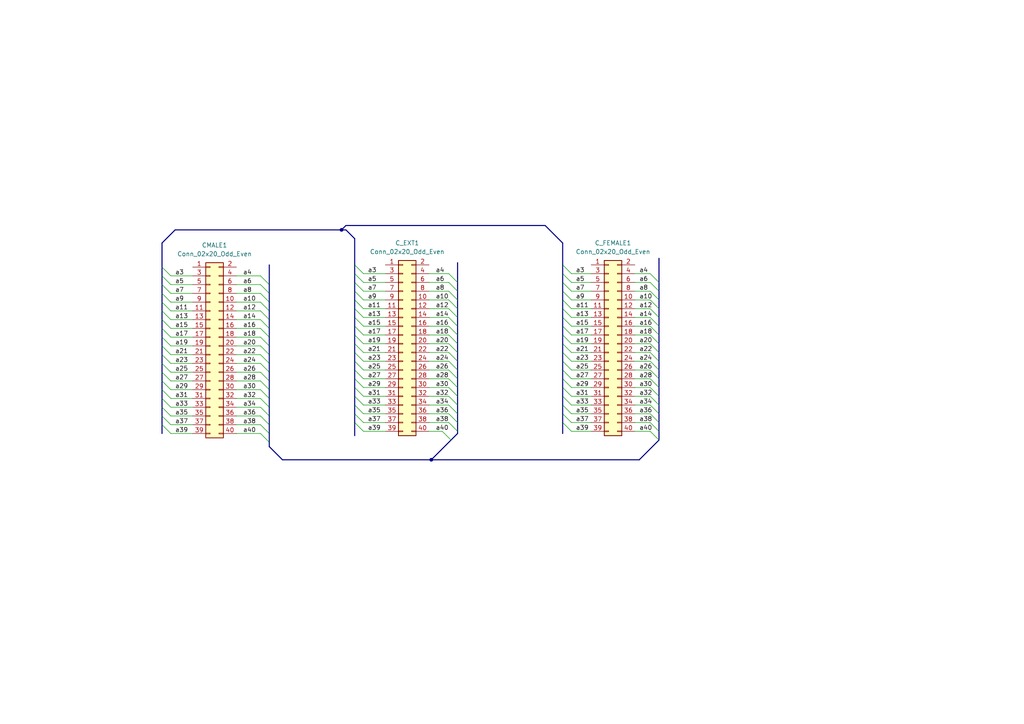
<source format=kicad_sch>
(kicad_sch (version 20230121) (generator eeschema)
  (paper "A4")
  (lib_symbols
    (symbol "Connector_Generic:Conn_02x20_Odd_Even" (pin_names (offset 1.016) hide)
      (property "Reference" "J" (at 1.27 25.4 0))
      (property "Value" "Conn_02x20_Odd_Even" (at 1.27 -27.94 0))
      (symbol "Conn_02x20_Odd_Even_1_1"
        (rectangle (start -1.27 -25.273) (end 0 -25.527) (stroke (width 0.1524)))
        (rectangle (start -1.27 -22.733) (end 0 -22.987) (stroke (width 0.1524)))
        (rectangle (start -1.27 -20.193) (end 0 -20.447) (stroke (width 0.1524)))
        (rectangle (start -1.27 -17.653) (end 0 -17.907) (stroke (width 0.1524)))
        (rectangle (start -1.27 -15.113) (end 0 -15.367) (stroke (width 0.1524)))
        (rectangle (start -1.27 -12.573) (end 0 -12.827) (stroke (width 0.1524)))
        (rectangle (start -1.27 -10.033) (end 0 -10.287) (stroke (width 0.1524)))
        (rectangle (start -1.27 -7.493) (end 0 -7.747) (stroke (width 0.1524)))
        (rectangle (start -1.27 -4.953) (end 0 -5.207) (stroke (width 0.1524)))
        (rectangle (start -1.27 -2.413) (end 0 -2.667) (stroke (width 0.1524)))
        (rectangle (start -1.27 0.127) (end 0 -0.127) (stroke (width 0.1524)))
        (rectangle (start -1.27 2.667) (end 0 2.413) (stroke (width 0.1524)))
        (rectangle (start -1.27 5.207) (end 0 4.953) (stroke (width 0.1524)))
        (rectangle (start -1.27 7.747) (end 0 7.493) (stroke (width 0.1524)))
        (rectangle (start -1.27 10.287) (end 0 10.033) (stroke (width 0.1524)))
        (rectangle (start -1.27 12.827) (end 0 12.573) (stroke (width 0.1524)))
        (rectangle (start -1.27 15.367) (end 0 15.113) (stroke (width 0.1524)))
        (rectangle (start -1.27 17.907) (end 0 17.653) (stroke (width 0.1524)))
        (rectangle (start -1.27 20.447) (end 0 20.193) (stroke (width 0.1524)))
        (rectangle (start -1.27 22.987) (end 0 22.733) (stroke (width 0.1524)))
        (rectangle (start -1.27 24.13) (end 3.81 -26.67) (stroke (width 0.254)) (fill (type background)))
        (rectangle (start 3.81 -25.273) (end 2.54 -25.527) (stroke (width 0.1524)))
        (rectangle (start 3.81 -22.733) (end 2.54 -22.987) (stroke (width 0.1524)))
        (rectangle (start 3.81 -20.193) (end 2.54 -20.447) (stroke (width 0.1524)))
        (rectangle (start 3.81 -17.653) (end 2.54 -17.907) (stroke (width 0.1524)))
        (rectangle (start 3.81 -15.113) (end 2.54 -15.367) (stroke (width 0.1524)))
        (rectangle (start 3.81 -12.573) (end 2.54 -12.827) (stroke (width 0.1524)))
        (rectangle (start 3.81 -10.033) (end 2.54 -10.287) (stroke (width 0.1524)))
        (rectangle (start 3.81 -7.493) (end 2.54 -7.747) (stroke (width 0.1524)))
        (rectangle (start 3.81 -4.953) (end 2.54 -5.207) (stroke (width 0.1524)))
        (rectangle (start 3.81 -2.413) (end 2.54 -2.667) (stroke (width 0.1524)))
        (rectangle (start 3.81 0.127) (end 2.54 -0.127) (stroke (width 0.1524)))
        (rectangle (start 3.81 2.667) (end 2.54 2.413) (stroke (width 0.1524)))
        (rectangle (start 3.81 5.207) (end 2.54 4.953) (stroke (width 0.1524)))
        (rectangle (start 3.81 7.747) (end 2.54 7.493) (stroke (width 0.1524)))
        (rectangle (start 3.81 10.287) (end 2.54 10.033) (stroke (width 0.1524)))
        (rectangle (start 3.81 12.827) (end 2.54 12.573) (stroke (width 0.1524)))
        (rectangle (start 3.81 15.367) (end 2.54 15.113) (stroke (width 0.1524)))
        (rectangle (start 3.81 17.907) (end 2.54 17.653) (stroke (width 0.1524)))
        (rectangle (start 3.81 20.447) (end 2.54 20.193) (stroke (width 0.1524)))
        (rectangle (start 3.81 22.987) (end 2.54 22.733) (stroke (width 0.1524)))
        (pin passive line (at -5.08 22.86 0) (length 3.81) (name "Pin_1") (number "1"))
        (pin passive line (at 7.62 12.7 180) (length 3.81) (name "Pin_10") (number "10"))
        (pin passive line (at -5.08 10.16 0) (length 3.81) (name "Pin_11") (number "11"))
        (pin passive line (at 7.62 10.16 180) (length 3.81) (name "Pin_12") (number "12"))
        (pin passive line (at -5.08 7.62 0) (length 3.81) (name "Pin_13") (number "13"))
        (pin passive line (at 7.62 7.62 180) (length 3.81) (name "Pin_14") (number "14"))
        (pin passive line (at -5.08 5.08 0) (length 3.81) (name "Pin_15") (number "15"))
        (pin passive line (at 7.62 5.08 180) (length 3.81) (name "Pin_16") (number "16"))
        (pin passive line (at -5.08 2.54 0) (length 3.81) (name "Pin_17") (number "17"))
        (pin passive line (at 7.62 2.54 180) (length 3.81) (name "Pin_18") (number "18"))
        (pin passive line (at -5.08 0 0) (length 3.81) (name "Pin_19") (number "19"))
        (pin passive line (at 7.62 22.86 180) (length 3.81) (name "Pin_2") (number "2"))
        (pin passive line (at 7.62 0 180) (length 3.81) (name "Pin_20") (number "20"))
        (pin passive line (at -5.08 -2.54 0) (length 3.81) (name "Pin_21") (number "21"))
        (pin passive line (at 7.62 -2.54 180) (length 3.81) (name "Pin_22") (number "22"))
        (pin passive line (at -5.08 -5.08 0) (length 3.81) (name "Pin_23") (number "23"))
        (pin passive line (at 7.62 -5.08 180) (length 3.81) (name "Pin_24") (number "24"))
        (pin passive line (at -5.08 -7.62 0) (length 3.81) (name "Pin_25") (number "25"))
        (pin passive line (at 7.62 -7.62 180) (length 3.81) (name "Pin_26") (number "26"))
        (pin passive line (at -5.08 -10.16 0) (length 3.81) (name "Pin_27") (number "27"))
        (pin passive line (at 7.62 -10.16 180) (length 3.81) (name "Pin_28") (number "28"))
        (pin passive line (at -5.08 -12.7 0) (length 3.81) (name "Pin_29") (number "29"))
        (pin passive line (at -5.08 20.32 0) (length 3.81) (name "Pin_3") (number "3"))
        (pin passive line (at 7.62 -12.7 180) (length 3.81) (name "Pin_30") (number "30"))
        (pin passive line (at -5.08 -15.24 0) (length 3.81) (name "Pin_31") (number "31"))
        (pin passive line (at 7.62 -15.24 180) (length 3.81) (name "Pin_32") (number "32"))
        (pin passive line (at -5.08 -17.78 0) (length 3.81) (name "Pin_33") (number "33"))
        (pin passive line (at 7.62 -17.78 180) (length 3.81) (name "Pin_34") (number "34"))
        (pin passive line (at -5.08 -20.32 0) (length 3.81) (name "Pin_35") (number "35"))
        (pin passive line (at 7.62 -20.32 180) (length 3.81) (name "Pin_36") (number "36"))
        (pin passive line (at -5.08 -22.86 0) (length 3.81) (name "Pin_37") (number "37"))
        (pin passive line (at 7.62 -22.86 180) (length 3.81) (name "Pin_38") (number "38"))
        (pin passive line (at -5.08 -25.4 0) (length 3.81) (name "Pin_39") (number "39"))
        (pin passive line (at 7.62 20.32 180) (length 3.81) (name "Pin_4") (number "4"))
        (pin passive line (at 7.62 -25.4 180) (length 3.81) (name "Pin_40") (number "40"))
        (pin passive line (at -5.08 17.78 0) (length 3.81) (name "Pin_5") (number "5"))
        (pin passive line (at 7.62 17.78 180) (length 3.81) (name "Pin_6") (number "6"))
        (pin passive line (at -5.08 15.24 0) (length 3.81) (name "Pin_7") (number "7"))
        (pin passive line (at 7.62 15.24 180) (length 3.81) (name "Pin_8") (number "8"))
        (pin passive line (at -5.08 12.7 0) (length 3.81) (name "Pin_9") (number "9"))
      )
    )
  )
  (junction (at 125.095 133.35))
  (junction (at 99.06 66.675))
  (bus_entry (at 102.87 76.835) (size 2.54 2.54))
  (bus_entry (at 102.87 122.555) (size 2.54 2.54))
  (bus_entry (at 75.565 115.57) (size 2.54 2.54))
  (bus_entry (at 75.565 118.11) (size 2.54 2.54))
  (bus_entry (at 163.195 109.855) (size 2.54 2.54))
  (bus_entry (at 46.99 123.19) (size 2.54 2.54))
  (bus_entry (at 130.175 114.935) (size 2.54 2.54))
  (bus_entry (at 130.175 107.315) (size 2.54 2.54))
  (bus_entry (at 102.87 109.855) (size 2.54 2.54))
  (bus_entry (at 188.595 94.615) (size 2.54 2.54))
  (bus_entry (at 130.175 102.235) (size 2.54 2.54))
  (bus_entry (at 188.595 99.695) (size 2.54 2.54))
  (bus_entry (at 188.595 120.015) (size 2.54 2.54))
  (bus_entry (at 46.99 102.87) (size 2.54 2.54))
  (bus_entry (at 188.595 117.475) (size 2.54 2.54))
  (bus_entry (at 188.595 107.315) (size 2.54 2.54))
  (bus_entry (at 75.565 82.55) (size 2.54 2.54))
  (bus_entry (at 46.99 95.25) (size 2.54 2.54))
  (bus_entry (at 128.27 125.095) (size 2.54 2.54))
  (bus_entry (at 188.595 109.855) (size 2.54 2.54))
  (bus_entry (at 75.565 97.79) (size 2.54 2.54))
  (bus_entry (at 75.565 110.49) (size 2.54 2.54))
  (bus_entry (at 46.99 85.09) (size 2.54 2.54))
  (bus_entry (at 102.87 104.775) (size 2.54 2.54))
  (bus_entry (at 102.87 94.615) (size 2.54 2.54))
  (bus_entry (at 102.87 81.915) (size 2.54 2.54))
  (bus_entry (at 46.99 100.33) (size 2.54 2.54))
  (bus_entry (at 188.595 79.375) (size 2.54 2.54))
  (bus_entry (at 102.87 114.935) (size 2.54 2.54))
  (bus_entry (at 130.175 92.075) (size 2.54 2.54))
  (bus_entry (at 188.595 97.155) (size 2.54 2.54))
  (bus_entry (at 130.175 94.615) (size 2.54 2.54))
  (bus_entry (at 102.87 92.075) (size 2.54 2.54))
  (bus_entry (at 188.595 125.095) (size 2.54 2.54))
  (bus_entry (at 163.195 107.315) (size 2.54 2.54))
  (bus_entry (at 102.87 89.535) (size 2.54 2.54))
  (bus_entry (at 163.195 102.235) (size 2.54 2.54))
  (bus_entry (at 188.595 104.775) (size 2.54 2.54))
  (bus_entry (at 46.99 107.95) (size 2.54 2.54))
  (bus_entry (at 188.595 114.935) (size 2.54 2.54))
  (bus_entry (at 163.195 94.615) (size 2.54 2.54))
  (bus_entry (at 102.87 107.315) (size 2.54 2.54))
  (bus_entry (at 102.87 112.395) (size 2.54 2.54))
  (bus_entry (at 75.565 120.65) (size 2.54 2.54))
  (bus_entry (at 75.565 87.63) (size 2.54 2.54))
  (bus_entry (at 46.99 105.41) (size 2.54 2.54))
  (bus_entry (at 130.175 117.475) (size 2.54 2.54))
  (bus_entry (at 130.175 97.155) (size 2.54 2.54))
  (bus_entry (at 46.99 92.71) (size 2.54 2.54))
  (bus_entry (at 188.595 122.555) (size 2.54 2.54))
  (bus_entry (at 102.87 79.375) (size 2.54 2.54))
  (bus_entry (at 46.99 113.03) (size 2.54 2.54))
  (bus_entry (at 130.175 84.455) (size 2.54 2.54))
  (bus_entry (at 46.99 87.63) (size 2.54 2.54))
  (bus_entry (at 163.195 76.835) (size 2.54 2.54))
  (bus_entry (at 188.595 89.535) (size 2.54 2.54))
  (bus_entry (at 75.565 100.33) (size 2.54 2.54))
  (bus_entry (at 75.565 80.01) (size 2.54 2.54))
  (bus_entry (at 130.175 112.395) (size 2.54 2.54))
  (bus_entry (at 163.195 92.075) (size 2.54 2.54))
  (bus_entry (at 102.87 84.455) (size 2.54 2.54))
  (bus_entry (at 75.565 113.03) (size 2.54 2.54))
  (bus_entry (at 46.99 80.01) (size 2.54 2.54))
  (bus_entry (at 75.565 95.25) (size 2.54 2.54))
  (bus_entry (at 102.87 117.475) (size 2.54 2.54))
  (bus_entry (at 130.175 89.535) (size 2.54 2.54))
  (bus_entry (at 46.99 97.79) (size 2.54 2.54))
  (bus_entry (at 163.195 122.555) (size 2.54 2.54))
  (bus_entry (at 46.99 118.11) (size 2.54 2.54))
  (bus_entry (at 75.565 92.71) (size 2.54 2.54))
  (bus_entry (at 130.175 120.015) (size 2.54 2.54))
  (bus_entry (at 163.195 89.535) (size 2.54 2.54))
  (bus_entry (at 163.195 79.375) (size 2.54 2.54))
  (bus_entry (at 163.195 99.695) (size 2.54 2.54))
  (bus_entry (at 102.87 99.695) (size 2.54 2.54))
  (bus_entry (at 163.195 84.455) (size 2.54 2.54))
  (bus_entry (at 46.99 82.55) (size 2.54 2.54))
  (bus_entry (at 75.565 125.73) (size 2.54 2.54))
  (bus_entry (at 163.195 81.915) (size 2.54 2.54))
  (bus_entry (at 188.595 81.915) (size 2.54 2.54))
  (bus_entry (at 46.99 90.17) (size 2.54 2.54))
  (bus_entry (at 163.195 117.475) (size 2.54 2.54))
  (bus_entry (at 163.195 104.775) (size 2.54 2.54))
  (bus_entry (at 188.595 84.455) (size 2.54 2.54))
  (bus_entry (at 46.99 110.49) (size 2.54 2.54))
  (bus_entry (at 130.175 86.995) (size 2.54 2.54))
  (bus_entry (at 163.195 86.995) (size 2.54 2.54))
  (bus_entry (at 130.175 79.375) (size 2.54 2.54))
  (bus_entry (at 75.565 123.19) (size 2.54 2.54))
  (bus_entry (at 163.195 120.015) (size 2.54 2.54))
  (bus_entry (at 188.595 86.995) (size 2.54 2.54))
  (bus_entry (at 102.87 120.015) (size 2.54 2.54))
  (bus_entry (at 46.99 77.47) (size 2.54 2.54))
  (bus_entry (at 163.195 112.395) (size 2.54 2.54))
  (bus_entry (at 130.175 122.555) (size 2.54 2.54))
  (bus_entry (at 163.195 97.155) (size 2.54 2.54))
  (bus_entry (at 46.99 115.57) (size 2.54 2.54))
  (bus_entry (at 46.99 120.65) (size 2.54 2.54))
  (bus_entry (at 163.195 114.935) (size 2.54 2.54))
  (bus_entry (at 130.175 109.855) (size 2.54 2.54))
  (bus_entry (at 188.595 102.235) (size 2.54 2.54))
  (bus_entry (at 188.595 112.395) (size 2.54 2.54))
  (bus_entry (at 102.87 97.155) (size 2.54 2.54))
  (bus_entry (at 102.87 86.995) (size 2.54 2.54))
  (bus_entry (at 102.87 102.235) (size 2.54 2.54))
  (bus_entry (at 130.175 81.915) (size 2.54 2.54))
  (bus_entry (at 130.175 104.775) (size 2.54 2.54))
  (bus_entry (at 75.565 107.95) (size 2.54 2.54))
  (bus_entry (at 75.565 105.41) (size 2.54 2.54))
  (bus_entry (at 75.565 85.09) (size 2.54 2.54))
  (bus_entry (at 75.565 102.87) (size 2.54 2.54))
  (bus_entry (at 188.595 92.075) (size 2.54 2.54))
  (bus_entry (at 75.565 90.17) (size 2.54 2.54))
  (bus_entry (at 130.175 99.695) (size 2.54 2.54))
  (wire (pts (xy 165.735 102.235) (xy 171.45 102.235)))
  (bus (pts (xy 102.87 69.215) (xy 102.87 76.835)))
  (wire (pts (xy 68.58 92.71) (xy 75.565 92.71)))
  (wire (pts (xy 49.53 85.09) (xy 55.88 85.09)))
  (bus (pts (xy 46.99 82.55) (xy 46.99 80.01)))
  (wire (pts (xy 68.58 82.55) (xy 75.565 82.55)))
  (wire (pts (xy 105.41 84.455) (xy 111.76 84.455)))
  (bus (pts (xy 191.135 81.915) (xy 191.135 84.455)))
  (bus (pts (xy 163.195 99.695) (xy 163.195 97.155)))
  (wire (pts (xy 49.53 82.55) (xy 55.88 82.55)))
  (bus (pts (xy 163.195 89.535) (xy 163.195 86.995)))
  (bus (pts (xy 163.195 70.485) (xy 163.195 76.835)))
  (wire (pts (xy 68.58 115.57) (xy 75.565 115.57)))
  (bus (pts (xy 78.105 85.09) (xy 78.105 87.63)))
  (wire (pts (xy 49.53 95.25) (xy 55.88 95.25)))
  (bus (pts (xy 191.135 102.235) (xy 191.135 104.775)))
  (wire (pts (xy 49.53 120.65) (xy 55.88 120.65)))
  (wire (pts (xy 184.15 89.535) (xy 188.595 89.535)))
  (bus (pts (xy 78.105 105.41) (xy 78.105 107.95)))
  (wire (pts (xy 184.15 112.395) (xy 188.595 112.395)))
  (bus (pts (xy 99.06 66.675) (xy 100.33 66.675)))
  (bus (pts (xy 78.105 95.25) (xy 78.105 97.79)))
  (wire (pts (xy 49.53 87.63) (xy 55.88 87.63)))
  (bus (pts (xy 78.105 97.79) (xy 78.105 100.33)))
  (bus (pts (xy 191.135 89.535) (xy 191.135 92.075)))
  (wire (pts (xy 124.46 86.995) (xy 130.175 86.995)))
  (bus (pts (xy 46.99 85.09) (xy 46.99 82.55)))
  (bus (pts (xy 46.99 110.49) (xy 46.99 107.95)))
  (wire (pts (xy 124.46 92.075) (xy 130.175 92.075)))
  (wire (pts (xy 124.46 94.615) (xy 130.175 94.615)))
  (bus (pts (xy 163.195 122.555) (xy 163.195 120.015)))
  (bus (pts (xy 191.135 117.475) (xy 191.135 120.015)))
  (wire (pts (xy 105.41 114.935) (xy 111.76 114.935)))
  (bus (pts (xy 46.99 92.71) (xy 46.99 90.17)))
  (bus (pts (xy 191.135 99.695) (xy 191.135 102.235)))
  (wire (pts (xy 49.53 107.95) (xy 55.88 107.95)))
  (bus (pts (xy 132.715 92.075) (xy 132.715 94.615)))
  (wire (pts (xy 68.58 118.11) (xy 75.565 118.11)))
  (bus (pts (xy 132.715 84.455) (xy 132.715 86.995)))
  (wire (pts (xy 68.58 97.79) (xy 75.565 97.79)))
  (wire (pts (xy 49.53 90.17) (xy 55.88 90.17)))
  (wire (pts (xy 184.15 92.075) (xy 188.595 92.075)))
  (wire (pts (xy 124.46 112.395) (xy 130.175 112.395)))
  (bus (pts (xy 78.105 120.65) (xy 78.105 123.19)))
  (bus (pts (xy 163.195 94.615) (xy 163.195 92.075)))
  (bus (pts (xy 163.195 112.395) (xy 163.195 109.855)))
  (bus (pts (xy 163.195 102.235) (xy 163.195 99.695)))
  (wire (pts (xy 165.735 86.995) (xy 171.45 86.995)))
  (bus (pts (xy 132.715 81.915) (xy 132.715 84.455)))
  (wire (pts (xy 68.58 125.73) (xy 75.565 125.73)))
  (bus (pts (xy 102.87 81.915) (xy 102.87 84.455)))
  (bus (pts (xy 132.715 76.2) (xy 132.715 81.915)))
  (bus (pts (xy 191.135 109.855) (xy 191.135 112.395)))
  (bus (pts (xy 132.715 120.015) (xy 132.715 122.555)))
  (wire (pts (xy 105.41 94.615) (xy 111.76 94.615)))
  (wire (pts (xy 124.46 104.775) (xy 130.175 104.775)))
  (wire (pts (xy 105.41 112.395) (xy 111.76 112.395)))
  (wire (pts (xy 68.58 87.63) (xy 75.565 87.63)))
  (bus (pts (xy 158.115 65.405) (xy 100.33 65.405)))
  (bus (pts (xy 191.135 94.615) (xy 191.135 97.155)))
  (wire (pts (xy 105.41 120.015) (xy 111.76 120.015)))
  (wire (pts (xy 184.15 99.695) (xy 188.595 99.695)))
  (wire (pts (xy 49.53 110.49) (xy 55.88 110.49)))
  (bus (pts (xy 132.715 114.935) (xy 132.715 117.475)))
  (bus (pts (xy 78.105 100.33) (xy 78.105 102.87)))
  (bus (pts (xy 130.81 127.635) (xy 125.095 133.35)))
  (bus (pts (xy 132.715 89.535) (xy 132.715 92.075)))
  (bus (pts (xy 46.99 97.79) (xy 46.99 95.25)))
  (wire (pts (xy 165.735 79.375) (xy 171.45 79.375)))
  (wire (pts (xy 184.15 97.155) (xy 188.595 97.155)))
  (wire (pts (xy 49.53 125.73) (xy 55.88 125.73)))
  (bus (pts (xy 163.195 97.155) (xy 163.195 94.615)))
  (bus (pts (xy 102.87 89.535) (xy 102.87 92.075)))
  (bus (pts (xy 163.195 92.075) (xy 163.195 89.535)))
  (wire (pts (xy 184.15 102.235) (xy 188.595 102.235)))
  (wire (pts (xy 68.58 120.65) (xy 75.565 120.65)))
  (bus (pts (xy 163.195 81.915) (xy 163.195 79.375)))
  (bus (pts (xy 78.105 118.11) (xy 78.105 120.65)))
  (wire (pts (xy 105.41 99.695) (xy 111.76 99.695)))
  (bus (pts (xy 78.105 115.57) (xy 78.105 118.11)))
  (bus (pts (xy 102.87 94.615) (xy 102.87 97.155)))
  (wire (pts (xy 184.15 107.315) (xy 188.595 107.315)))
  (bus (pts (xy 78.105 123.19) (xy 78.105 125.73)))
  (wire (pts (xy 124.46 89.535) (xy 130.175 89.535)))
  (bus (pts (xy 102.87 76.835) (xy 102.87 79.375)))
  (bus (pts (xy 102.87 86.995) (xy 102.87 89.535)))
  (wire (pts (xy 184.15 84.455) (xy 188.595 84.455)))
  (bus (pts (xy 46.99 125.73) (xy 46.99 123.19)))
  (wire (pts (xy 105.41 104.775) (xy 111.76 104.775)))
  (bus (pts (xy 132.715 107.315) (xy 132.715 109.855)))
  (bus (pts (xy 191.135 122.555) (xy 191.135 125.095)))
  (wire (pts (xy 165.735 117.475) (xy 171.45 117.475)))
  (wire (pts (xy 124.46 107.315) (xy 130.175 107.315)))
  (bus (pts (xy 163.195 114.935) (xy 163.195 112.395)))
  (bus (pts (xy 163.195 117.475) (xy 163.195 114.935)))
  (bus (pts (xy 46.99 102.87) (xy 46.99 100.33)))
  (bus (pts (xy 132.715 97.155) (xy 132.715 99.695)))
  (bus (pts (xy 191.135 97.155) (xy 191.135 99.695)))
  (wire (pts (xy 68.58 113.03) (xy 75.565 113.03)))
  (wire (pts (xy 49.53 100.33) (xy 55.88 100.33)))
  (wire (pts (xy 105.41 109.855) (xy 111.76 109.855)))
  (wire (pts (xy 105.41 92.075) (xy 111.76 92.075)))
  (wire (pts (xy 165.735 84.455) (xy 171.45 84.455)))
  (wire (pts (xy 68.58 80.01) (xy 75.565 80.01)))
  (bus (pts (xy 100.33 66.675) (xy 102.87 69.215)))
  (wire (pts (xy 165.735 125.095) (xy 171.45 125.095)))
  (bus (pts (xy 191.135 112.395) (xy 191.135 114.935)))
  (wire (pts (xy 124.46 102.235) (xy 130.175 102.235)))
  (bus (pts (xy 46.99 123.19) (xy 46.99 120.65)))
  (wire (pts (xy 184.15 114.935) (xy 188.595 114.935)))
  (wire (pts (xy 165.735 112.395) (xy 171.45 112.395)))
  (bus (pts (xy 78.105 128.27) (xy 78.105 129.54)))
  (bus (pts (xy 81.915 133.35) (xy 125.095 133.35)))
  (bus (pts (xy 78.105 125.73) (xy 78.105 128.27)))
  (bus (pts (xy 78.105 102.87) (xy 78.105 105.41)))
  (wire (pts (xy 49.53 80.01) (xy 55.88 80.01)))
  (bus (pts (xy 102.87 120.015) (xy 102.87 122.555)))
  (bus (pts (xy 46.99 105.41) (xy 46.99 102.87)))
  (bus (pts (xy 46.99 120.65) (xy 46.99 118.11)))
  (wire (pts (xy 184.15 120.015) (xy 188.595 120.015)))
  (wire (pts (xy 165.735 122.555) (xy 171.45 122.555)))
  (bus (pts (xy 102.87 97.155) (xy 102.87 99.695)))
  (bus (pts (xy 132.715 117.475) (xy 132.715 120.015)))
  (wire (pts (xy 165.735 99.695) (xy 171.45 99.695)))
  (wire (pts (xy 124.46 120.015) (xy 130.175 120.015)))
  (bus (pts (xy 46.99 113.03) (xy 46.99 110.49)))
  (bus (pts (xy 132.715 104.775) (xy 132.715 107.315)))
  (bus (pts (xy 191.135 120.015) (xy 191.135 122.555)))
  (wire (pts (xy 68.58 95.25) (xy 75.565 95.25)))
  (bus (pts (xy 163.195 109.855) (xy 163.195 107.315)))
  (wire (pts (xy 124.46 84.455) (xy 130.175 84.455)))
  (bus (pts (xy 125.095 133.35) (xy 185.42 133.35)))
  (bus (pts (xy 102.87 84.455) (xy 102.87 86.995)))
  (wire (pts (xy 105.41 97.155) (xy 111.76 97.155)))
  (bus (pts (xy 102.87 114.935) (xy 102.87 117.475)))
  (wire (pts (xy 184.15 81.915) (xy 188.595 81.915)))
  (bus (pts (xy 163.195 70.485) (xy 158.115 65.405)))
  (wire (pts (xy 165.735 97.155) (xy 171.45 97.155)))
  (bus (pts (xy 191.135 125.095) (xy 191.135 127.635)))
  (wire (pts (xy 105.41 86.995) (xy 111.76 86.995)))
  (wire (pts (xy 49.53 115.57) (xy 55.88 115.57)))
  (bus (pts (xy 102.87 122.555) (xy 102.87 126.365)))
  (bus (pts (xy 132.715 102.235) (xy 132.715 104.775)))
  (wire (pts (xy 68.58 102.87) (xy 75.565 102.87)))
  (bus (pts (xy 132.715 109.855) (xy 132.715 112.395)))
  (wire (pts (xy 68.58 100.33) (xy 75.565 100.33)))
  (bus (pts (xy 102.87 102.235) (xy 102.87 104.775)))
  (bus (pts (xy 191.135 84.455) (xy 191.135 86.995)))
  (wire (pts (xy 124.46 97.155) (xy 130.175 97.155)))
  (bus (pts (xy 102.87 92.075) (xy 102.87 94.615)))
  (wire (pts (xy 124.46 114.935) (xy 130.175 114.935)))
  (wire (pts (xy 165.735 104.775) (xy 171.45 104.775)))
  (wire (pts (xy 68.58 110.49) (xy 75.565 110.49)))
  (bus (pts (xy 163.195 84.455) (xy 163.195 81.915)))
  (bus (pts (xy 46.99 80.01) (xy 46.99 77.47)))
  (bus (pts (xy 78.105 92.71) (xy 78.105 95.25)))
  (bus (pts (xy 132.715 94.615) (xy 132.715 97.155)))
  (bus (pts (xy 102.87 107.315) (xy 102.87 109.855)))
  (bus (pts (xy 78.105 76.835) (xy 78.105 82.55)))
  (bus (pts (xy 191.135 107.315) (xy 191.135 109.855)))
  (bus (pts (xy 78.105 110.49) (xy 78.105 113.03)))
  (bus (pts (xy 102.87 112.395) (xy 102.87 114.935)))
  (bus (pts (xy 191.135 104.775) (xy 191.135 107.315)))
  (bus (pts (xy 163.195 104.775) (xy 163.195 102.235)))
  (bus (pts (xy 185.42 133.35) (xy 191.135 127.635)))
  (bus (pts (xy 46.99 70.485) (xy 46.99 77.47)))
  (bus (pts (xy 191.135 114.935) (xy 191.135 117.475)))
  (bus (pts (xy 78.105 82.55) (xy 78.105 85.09)))
  (wire (pts (xy 165.735 92.075) (xy 171.45 92.075)))
  (bus (pts (xy 132.715 122.555) (xy 132.715 125.095)))
  (wire (pts (xy 184.15 117.475) (xy 188.595 117.475)))
  (wire (pts (xy 105.41 122.555) (xy 111.76 122.555)))
  (bus (pts (xy 191.135 92.075) (xy 191.135 94.615)))
  (bus (pts (xy 46.99 70.485) (xy 50.8 66.675)))
  (bus (pts (xy 46.99 95.25) (xy 46.99 92.71)))
  (bus (pts (xy 163.195 79.375) (xy 163.195 76.835)))
  (bus (pts (xy 191.135 74.93) (xy 191.135 81.915)))
  (bus (pts (xy 163.195 125.73) (xy 163.195 122.555)))
  (wire (pts (xy 105.41 79.375) (xy 111.76 79.375)))
  (wire (pts (xy 105.41 125.095) (xy 111.76 125.095)))
  (wire (pts (xy 124.46 79.375) (xy 130.175 79.375)))
  (bus (pts (xy 132.715 86.995) (xy 132.715 89.535)))
  (wire (pts (xy 165.735 109.855) (xy 171.45 109.855)))
  (bus (pts (xy 102.87 104.775) (xy 102.87 107.315)))
  (wire (pts (xy 184.15 79.375) (xy 188.595 79.375)))
  (bus (pts (xy 132.715 112.395) (xy 132.715 114.935)))
  (bus (pts (xy 78.105 107.95) (xy 78.105 110.49)))
  (bus (pts (xy 191.135 86.995) (xy 191.135 89.535)))
  (wire (pts (xy 184.15 94.615) (xy 188.595 94.615)))
  (wire (pts (xy 165.735 107.315) (xy 171.45 107.315)))
  (bus (pts (xy 46.99 100.33) (xy 46.99 97.79)))
  (bus (pts (xy 50.8 66.675) (xy 99.06 66.675)))
  (bus (pts (xy 46.99 107.95) (xy 46.99 105.41)))
  (wire (pts (xy 68.58 85.09) (xy 75.565 85.09)))
  (wire (pts (xy 124.46 122.555) (xy 130.175 122.555)))
  (wire (pts (xy 105.41 107.315) (xy 111.76 107.315)))
  (wire (pts (xy 165.735 94.615) (xy 171.45 94.615)))
  (wire (pts (xy 105.41 81.915) (xy 111.76 81.915)))
  (wire (pts (xy 165.735 81.915) (xy 171.45 81.915)))
  (bus (pts (xy 102.87 99.695) (xy 102.87 102.235)))
  (wire (pts (xy 105.41 89.535) (xy 111.76 89.535)))
  (bus (pts (xy 163.195 86.995) (xy 163.195 84.455)))
  (wire (pts (xy 49.53 118.11) (xy 55.88 118.11)))
  (wire (pts (xy 124.46 109.855) (xy 130.175 109.855)))
  (wire (pts (xy 68.58 90.17) (xy 75.565 90.17)))
  (bus (pts (xy 100.33 65.405) (xy 99.06 66.675)))
  (wire (pts (xy 184.15 122.555) (xy 188.595 122.555)))
  (wire (pts (xy 124.46 117.475) (xy 130.175 117.475)))
  (bus (pts (xy 46.99 118.11) (xy 46.99 115.57)))
  (bus (pts (xy 78.105 90.17) (xy 78.105 92.71)))
  (bus (pts (xy 102.87 79.375) (xy 102.87 81.915)))
  (bus (pts (xy 46.99 115.57) (xy 46.99 113.03)))
  (bus (pts (xy 132.715 99.695) (xy 132.715 102.235)))
  (wire (pts (xy 49.53 97.79) (xy 55.88 97.79)))
  (wire (pts (xy 184.15 104.775) (xy 188.595 104.775)))
  (wire (pts (xy 49.53 102.87) (xy 55.88 102.87)))
  (wire (pts (xy 184.15 86.995) (xy 188.595 86.995)))
  (wire (pts (xy 184.15 125.095) (xy 188.595 125.095)))
  (wire (pts (xy 184.15 109.855) (xy 188.595 109.855)))
  (bus (pts (xy 46.99 87.63) (xy 46.99 85.09)))
  (bus (pts (xy 78.105 113.03) (xy 78.105 115.57)))
  (wire (pts (xy 124.46 81.915) (xy 130.175 81.915)))
  (bus (pts (xy 78.105 87.63) (xy 78.105 90.17)))
  (wire (pts (xy 165.735 114.935) (xy 171.45 114.935)))
  (wire (pts (xy 49.53 113.03) (xy 55.88 113.03)))
  (bus (pts (xy 132.715 125.73) (xy 130.81 127.635)))
  (bus (pts (xy 46.99 90.17) (xy 46.99 87.63)))
  (bus (pts (xy 102.87 117.475) (xy 102.87 120.015)))
  (wire (pts (xy 68.58 105.41) (xy 75.565 105.41)))
  (wire (pts (xy 49.53 92.71) (xy 55.88 92.71)))
  (wire (pts (xy 49.53 123.19) (xy 55.88 123.19)))
  (wire (pts (xy 105.41 117.475) (xy 111.76 117.475)))
  (wire (pts (xy 68.58 123.19) (xy 75.565 123.19)))
  (bus (pts (xy 102.87 109.855) (xy 102.87 112.395)))
  (bus (pts (xy 78.105 129.54) (xy 81.915 133.35)))
  (wire (pts (xy 124.46 125.095) (xy 128.27 125.095)))
  (bus (pts (xy 163.195 120.015) (xy 163.195 117.475)))
  (wire (pts (xy 165.735 89.535) (xy 171.45 89.535)))
  (bus (pts (xy 132.715 125.095) (xy 132.715 125.73)))
  (wire (pts (xy 165.735 120.015) (xy 171.45 120.015)))
  (wire (pts (xy 68.58 107.95) (xy 75.565 107.95)))
  (wire (pts (xy 124.46 99.695) (xy 130.175 99.695)))
  (wire (pts (xy 105.41 102.235) (xy 111.76 102.235)))
  (bus (pts (xy 163.195 107.315) (xy 163.195 104.775)))
  (wire (pts (xy 49.53 105.41) (xy 55.88 105.41)))
  (label "a24" (at 126.365 104.775 0))
  (label "a8" (at 126.365 84.455 0))
  (label "a21" (at 50.8 102.87 0))
  (label "a40" (at 185.42 125.095 0))
  (label "a4" (at 126.365 79.375 0))
  (label "a10" (at 185.42 86.995 0))
  (label "a6" (at 70.485 82.55 0))
  (label "a3" (at 106.68 79.375 0))
  (label "a24" (at 70.485 105.41 0))
  (label "a32" (at 185.42 114.935 0))
  (label "a19" (at 50.8 100.33 0))
  (label "a32" (at 70.485 115.57 0))
  (label "a8" (at 70.485 85.09 0))
  (label "a10" (at 126.365 86.995 0))
  (label "a6" (at 185.42 81.915 0))
  (label "a19" (at 167.005 99.695 0))
  (label "a10" (at 70.485 87.63 0))
  (label "a35" (at 50.8 120.65 0))
  (label "a22" (at 185.42 102.235 0))
  (label "a15" (at 106.68 94.615 0))
  (label "a7" (at 167.005 84.455 0))
  (label "a4" (at 185.42 79.375 0))
  (label "a14" (at 126.365 92.075 0))
  (label "a13" (at 106.68 92.075 0))
  (label "a29" (at 106.68 112.395 0))
  (label "a7" (at 50.8 85.09 0))
  (label "a11" (at 50.8 90.17 0))
  (label "a28" (at 185.42 109.855 0))
  (label "a28" (at 126.365 109.855 0))
  (label "a27" (at 50.8 110.49 0))
  (label "a15" (at 167.005 94.615 0))
  (label "a9" (at 106.68 86.995 0))
  (label "a9" (at 167.005 86.995 0))
  (label "a18" (at 185.42 97.155 0))
  (label "a28" (at 70.485 110.49 0))
  (label "a9" (at 50.8 87.63 0))
  (label "a18" (at 126.365 97.155 0))
  (label "a36" (at 126.365 120.015 0))
  (label "a6" (at 126.365 81.915 0))
  (label "a25" (at 50.8 107.95 0))
  (label "a38" (at 185.42 122.555 0))
  (label "a31" (at 106.68 114.935 0))
  (label "a34" (at 70.485 118.11 0))
  (label "a29" (at 50.8 113.03 0))
  (label "a31" (at 167.005 114.935 0))
  (label "a33" (at 167.005 117.475 0))
  (label "a3" (at 50.8 80.01 0))
  (label "a39" (at 167.005 125.095 0))
  (label "a39" (at 106.68 125.095 0))
  (label "a13" (at 50.8 92.71 0))
  (label "a16" (at 126.365 94.615 0))
  (label "a30" (at 70.485 113.03 0))
  (label "a38" (at 70.485 123.19 0))
  (label "a25" (at 167.005 107.315 0))
  (label "a33" (at 50.8 118.11 0))
  (label "a36" (at 70.485 120.65 0))
  (label "a40" (at 70.485 125.73 0))
  (label "a13" (at 167.005 92.075 0))
  (label "a25" (at 106.68 107.315 0))
  (label "a23" (at 167.005 104.775 0))
  (label "a35" (at 167.005 120.015 0))
  (label "a14" (at 185.42 92.075 0))
  (label "a12" (at 185.42 89.535 0))
  (label "a24" (at 185.42 104.775 0))
  (label "a22" (at 70.485 102.87 0))
  (label "a26" (at 126.365 107.315 0))
  (label "a22" (at 126.365 102.235 0))
  (label "a38" (at 126.365 122.555 0))
  (label "a17" (at 167.005 97.155 0))
  (label "a14" (at 70.485 92.71 0))
  (label "a8" (at 185.42 84.455 0))
  (label "a29" (at 167.005 112.395 0))
  (label "a11" (at 167.005 89.535 0))
  (label "a12" (at 126.365 89.535 0))
  (label "a19" (at 106.68 99.695 0))
  (label "a16" (at 70.485 95.25 0))
  (label "a18" (at 70.485 97.79 0))
  (label "a5" (at 50.8 82.55 0))
  (label "a20" (at 185.42 99.695 0))
  (label "a30" (at 126.365 112.395 0))
  (label "a37" (at 167.005 122.555 0))
  (label "a33" (at 106.68 117.475 0))
  (label "a15" (at 50.8 95.25 0))
  (label "a27" (at 167.005 109.855 0))
  (label "a20" (at 126.365 99.695 0))
  (label "a30" (at 185.42 112.395 0))
  (label "a23" (at 50.8 105.41 0))
  (label "a11" (at 106.68 89.535 0))
  (label "a34" (at 185.42 117.475 0))
  (label "a23" (at 106.68 104.775 0))
  (label "a5" (at 167.005 81.915 0))
  (label "a21" (at 106.68 102.235 0))
  (label "a40" (at 126.365 125.095 0))
  (label "a31" (at 50.8 115.57 0))
  (label "a35" (at 106.68 120.015 0))
  (label "a20" (at 70.485 100.33 0))
  (label "a21" (at 167.005 102.235 0))
  (label "a37" (at 50.8 123.19 0))
  (label "a4" (at 70.485 80.01 0))
  (label "a32" (at 126.365 114.935 0))
  (label "a37" (at 106.68 122.555 0))
  (label "a5" (at 106.68 81.915 0))
  (label "a17" (at 50.8 97.79 0))
  (label "a3" (at 167.005 79.375 0))
  (label "a7" (at 106.68 84.455 0))
  (label "a26" (at 70.485 107.95 0))
  (label "a26" (at 185.42 107.315 0))
  (label "a16" (at 185.42 94.615 0))
  (label "a39" (at 50.8 125.73 0))
  (label "a12" (at 70.485 90.17 0))
  (label "a17" (at 106.68 97.155 0))
  (label "a34" (at 126.365 117.475 0))
  (label "a36" (at 185.42 120.015 0))
  (label "a27" (at 106.68 109.855 0))
  (symbol (lib_id "Connector_Generic:Conn_02x20_Odd_Even") (at 116.84 99.695 0) (unit 1)
    (property "Reference" "C_EXT1" (at 118.11 70.485 0))
    (property "Value" "Conn_02x20_Odd_Even" (at 118.11 73.025 0))
    (property "Footprint" "Connector_PinSocket_2.54mm:PinSocket_2x20_P2.54mm_Vertical" (effects hide))
  )
  (symbol (lib_id "Connector_Generic:Conn_02x20_Odd_Even") (at 60.96 100.33 0) (unit 1)
    (property "Reference" "CMALE1" (at 62.23 71.12 0))
    (property "Value" "Conn_02x20_Odd_Even" (at 62.23 73.66 0))
    (property "Footprint" "00_Custom:CocoCardEdge" (effects hide))
  )
  (symbol (lib_id "Connector_Generic:Conn_02x20_Odd_Even") (at 176.53 99.695 0) (unit 1)
    (property "Reference" "C_FEMALE1" (at 177.8 70.485 0))
    (property "Value" "Conn_02x20_Odd_Even" (at 177.8 73.025 0))
    (property "Footprint" "00_Custom:Coco_Card_Female" (effects hide))
  )
)
</source>
